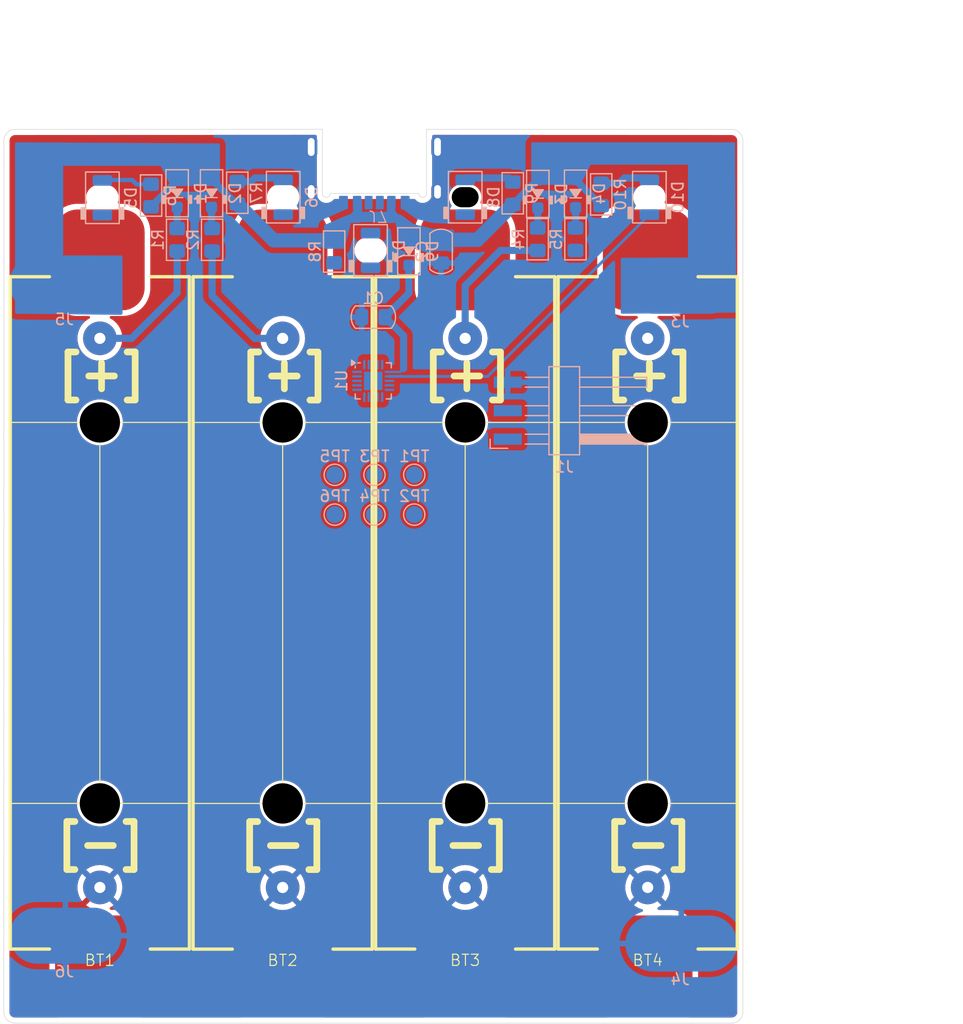
<source format=kicad_pcb>
(kicad_pcb (version 20240108) (generator "pcbnew") (generator_version "8.0")
  (layers (0 "F.Cu" signal) (31 "B.Cu" signal) (34 "B.Paste" user) (35 "F.Paste" user) (36 "B.SilkS" user "B.Silkscreen") (37 "F.SilkS" user "F.Silkscreen") (38 "B.Mask" user) (39 "F.Mask" user) (44 "Edge.Cuts" user))
  (net 0 "")
  (net 1 "GND")
  (net 2 "Net-(D1-K)")
  (net 3 "+5V")
  (net 4 "Net-(D2-K)")
  (net 5 "Net-(D3-K)")
  (net 6 "Net-(D4-K)")
  (net 7 "/ADC1")
  (net 8 "/ADC2")
  (net 9 "/ADC3")
  (net 10 "/ADC4")
  (net 11 "VDD")
  (net 12 "/SWIO")
  (net 13 "Net-(U1-PC1_SDA)")
  (net 14 "Net-(U1-PC2_SCL)")
  (net 15 "Net-(U1-PC3)")
  (net 16 "Net-(U1-PC5_SCK)")
  (net 17 "Net-(U1-PC6_MOSI)")
  (net 18 "Net-(U1-PC7_MISO)")
  (net 19 "/UART_TX")
  (net 20 "/LED0")
  (net 21 "/LED4")
  (net 22 "/LED2")
  (net 23 "/LED3")
  (net 24 "/UART_RX")
  (net 25 "/LED1")
  (net 28 "Net-(D5-A)")
  (net 29 "Net-(D6-A)")
  (net 30 "Net-(D7-A)")
  (net 31 "Net-(D8-A)")
  (net 32 "Net-(D10-A)")
  (footprint "Special_Local:UM-3X1-AA" (layer "F.Cu") (at 129.4 118.7)
    (property "Reference" "BT2" (at 0 -0.5 0) (layer "F.SilkS") (effects (font (thickness 0.1))))
    (property "Value" "Battery")
    (fp_line (start -8 -61.5) (end -8 -1.5) (stroke (width 0.3)) (layer "F.SilkS"))
    (fp_line (start -8 -61.5) (end -4.5 -61.5) (stroke (width 0.3)) (layer "F.SilkS"))
    (fp_line (start -8 -1.5) (end -4.5 -1.5) (stroke (width 0.3)) (layer "F.SilkS"))
    (fp_line (start 0 -48.5) (end 0 -14.5) (stroke (width 0.1)) (layer "F.SilkS"))
    (fp_line (start 8 -61.5) (end 4.5 -61.5) (stroke (width 0.3)) (layer "F.SilkS"))
    (fp_line (start 8 -61.5) (end 8 -1.5) (stroke (width 0.3)) (layer "F.SilkS"))
    (fp_line (start 8 -48.5) (end -8 -48.5) (stroke (width 0.1)) (layer "F.SilkS"))
    (fp_line (start 8 -14.5) (end -8 -14.5) (stroke (width 0.1)) (layer "F.SilkS"))
    (fp_line (start 8 -1.5) (end 4.5 -1.5) (stroke (width 0.3)) (layer "F.SilkS"))
    (fp_text user "[+]" (at -4.1 -51.1 0) (layer "F.SilkS") (effects (font (size 3 3) (thickness 0.6) (bold yes)) (justify left bottom)))
    (fp_text user "[-]" (at -4.2 -9.2 0) (layer "F.SilkS") (effects (font (size 3 3) (thickness 0.6) (bold yes)) (justify left bottom)))
    (pad "" np_thru_hole circle (at 0 -48.5) (size 3.6 3.6) (drill 3.6) (layers "*.Mask"))
    (pad "" np_thru_hole circle (at 0 -14.5) (size 3.6 3.6) (drill 3.6) (layers "*.Mask"))
    (pad "1" smd roundrect (at 0 -63) (size 8 9) (layers "F.Cu" "F.Paste" "F.Mask") (net 8 "/ADC2"))
    (pad "1" thru_hole circle (at 0 -56) (size 3 3) (drill 1) (layers "*.Cu" "*.Mask") (net 8 "/ADC2"))
    (pad "2" thru_hole circle (at 0 -7) (size 3 3) (drill 1) (layers "*.Cu" "*.Mask") (net 1 "GND"))
    (pad "2" smd roundrect (at 0 0) (size 8 9) (layers "F.Cu" "F.Paste" "F.Mask") (net 1 "GND"))
  )
  (footprint "Special_Local:UM-3X1-AA" (layer "F.Cu") (at 162 118.695)
    (property "Reference" "BT4" (at 0 -0.5 0) (layer "F.SilkS") (effects (font (thickness 0.1))))
    (property "Value" "Battery")
    (fp_line (start -8 -61.5) (end -8 -1.5) (stroke (width 0.3)) (layer "F.SilkS"))
    (fp_line (start -8 -61.5) (end -4.5 -61.5) (stroke (width 0.3)) (layer "F.SilkS"))
    (fp_line (start -8 -1.5) (end -4.5 -1.5) (stroke (width 0.3)) (layer "F.SilkS"))
    (fp_line (start 0 -48.5) (end 0 -14.5) (stroke (width 0.1)) (layer "F.SilkS"))
    (fp_line (start 8 -61.5) (end 4.5 -61.5) (stroke (width 0.3)) (layer "F.SilkS"))
    (fp_line (start 8 -61.5) (end 8 -1.5) (stroke (width 0.3)) (layer "F.SilkS"))
    (fp_line (start 8 -48.5) (end -8 -48.5) (stroke (width 0.1)) (layer "F.SilkS"))
    (fp_line (start 8 -14.5) (end -8 -14.5) (stroke (width 0.1)) (layer "F.SilkS"))
    (fp_line (start 8 -1.5) (end 4.5 -1.5) (stroke (width 0.3)) (layer "F.SilkS"))
    (fp_text user "[+]" (at -4.1 -51.1 0) (layer "F.SilkS") (effects (font (size 3 3) (thickness 0.6) (bold yes)) (justify left bottom)))
    (fp_text user "[-]" (at -4.2 -9.2 0) (layer "F.SilkS") (effects (font (size 3 3) (thickness 0.6) (bold yes)) (justify left bottom)))
    (pad "" np_thru_hole circle (at 0 -48.5) (size 3.6 3.6) (drill 3.6) (layers "*.Mask"))
    (pad "" np_thru_hole circle (at 0 -14.5) (size 3.6 3.6) (drill 3.6) (layers "*.Mask"))
    (pad "1" smd roundrect (at 0 -63) (size 8 9) (layers "F.Cu" "F.Paste" "F.Mask") (net 10 "/ADC4"))
    (pad "1" thru_hole circle (at 0 -56) (size 3 3) (drill 1) (layers "*.Cu" "*.Mask") (net 10 "/ADC4"))
    (pad "2" thru_hole circle (at 0 -7) (size 3 3) (drill 1) (layers "*.Cu" "*.Mask") (net 1 "GND"))
    (pad "2" smd roundrect (at 0 0) (size 8 9) (layers "F.Cu" "F.Paste" "F.Mask") (net 1 "GND"))
  )
  (footprint "Special_Local:UM-3X1-AA" (layer "F.Cu") (at 145.7 118.695)
    (property "Reference" "BT3" (at 0 -0.5 0) (layer "F.SilkS") (effects (font (thickness 0.1))))
    (property "Value" "Battery")
    (fp_line (start -8 -61.5) (end -8 -1.5) (stroke (width 0.3)) (layer "F.SilkS"))
    (fp_line (start -8 -61.5) (end -4.5 -61.5) (stroke (width 0.3)) (layer "F.SilkS"))
    (fp_line (start -8 -1.5) (end -4.5 -1.5) (stroke (width 0.3)) (layer "F.SilkS"))
    (fp_line (start 0 -48.5) (end 0 -14.5) (stroke (width 0.1)) (layer "F.SilkS"))
    (fp_line (start 8 -61.5) (end 4.5 -61.5) (stroke (width 0.3)) (layer "F.SilkS"))
    (fp_line (start 8 -61.5) (end 8 -1.5) (stroke (width 0.3)) (layer "F.SilkS"))
    (fp_line (start 8 -48.5) (end -8 -48.5) (stroke (width 0.1)) (layer "F.SilkS"))
    (fp_line (start 8 -14.5) (end -8 -14.5) (stroke (width 0.1)) (layer "F.SilkS"))
    (fp_line (start 8 -1.5) (end 4.5 -1.5) (stroke (width 0.3)) (layer "F.SilkS"))
    (fp_text user "[+]" (at -4.1 -51.1 0) (layer "F.SilkS") (effects (font (size 3 3) (thickness 0.6) (bold yes)) (justify left bottom)))
    (fp_text user "[-]" (at -4.2 -9.2 0) (layer "F.SilkS") (effects (font (size 3 3) (thickness 0.6) (bold yes)) (justify left bottom)))
    (pad "" np_thru_hole circle (at 0 -48.5) (size 3.6 3.6) (drill 3.6) (layers "*.Mask"))
    (pad "" np_thru_hole circle (at 0 -14.5) (size 3.6 3.6) (drill 3.6) (layers "*.Mask"))
    (pad "1" smd roundrect (at 0 -63) (size 8 9) (layers "F.Cu" "F.Paste" "F.Mask") (net 9 "/ADC3"))
    (pad "1" thru_hole circle (at 0 -56) (size 3 3) (drill 1) (layers "*.Cu" "*.Mask") (net 9 "/ADC3"))
    (pad "2" thru_hole circle (at 0 -7) (size 3 3) (drill 1) (layers "*.Cu" "*.Mask") (net 1 "GND"))
    (pad "2" smd roundrect (at 0 0) (size 8 9) (layers "F.Cu" "F.Paste" "F.Mask") (net 1 "GND"))
  )
  (footprint "Special_Local:UM-3X1-AA" (layer "F.Cu") (at 113.075 118.695)
    (property "Reference" "BT1" (at 0 -0.5 0) (layer "F.SilkS") (effects (font (thickness 0.1))))
    (property "Value" "Battery")
    (fp_line (start -8 -61.5) (end -8 -1.5) (stroke (width 0.3)) (layer "F.SilkS"))
    (fp_line (start -8 -61.5) (end -4.5 -61.5) (stroke (width 0.3)) (layer "F.SilkS"))
    (fp_line (start -8 -1.5) (end -4.5 -1.5) (stroke (width 0.3)) (layer "F.SilkS"))
    (fp_line (start 0 -48.5) (end 0 -14.5) (stroke (width 0.1)) (layer "F.SilkS"))
    (fp_line (start 8 -61.5) (end 4.5 -61.5) (stroke (width 0.3)) (layer "F.SilkS"))
    (fp_line (start 8 -61.5) (end 8 -1.5) (stroke (width 0.3)) (layer "F.SilkS"))
    (fp_line (start 8 -48.5) (end -8 -48.5) (stroke (width 0.1)) (layer "F.SilkS"))
    (fp_line (start 8 -14.5) (end -8 -14.5) (stroke (width 0.1)) (layer "F.SilkS"))
    (fp_line (start 8 -1.5) (end 4.5 -1.5) (stroke (width 0.3)) (layer "F.SilkS"))
    (fp_text user "[-]" (at -4.2 -9.2 0) (layer "F.SilkS") (effects (font (size 3 3) (thickness 0.6) (bold yes)) (justify left bottom)))
    (fp_text user "[+]" (at -4.1 -51.1 0) (layer "F.SilkS") (effects (font (size 3 3) (thickness 0.6) (bold yes)) (justify left bottom)))
    (pad "" np_thru_hole circle (at 0 -48.5) (size 3.6 3.6) (drill 3.6) (layers "*.Mask"))
    (pad "" np_thru_hole circle (at 0 -14.5) (size 3.6 3.6) (drill 3.6) (layers "*.Mask"))
    (pad "1" smd roundrect (at 0 -63) (size 8 9) (layers "F.Cu" "F.Paste" "F.Mask") (net 7 "/ADC1"))
    (pad "1" thru_hole circle (at 0 -56) (size 3 3) (drill 1) (layers "*.Cu" "*.Mask") (net 7 "/ADC1"))
    (pad "2" thru_hole circle (at 0 -7) (size 3 3) (drill 1) (layers "*.Cu" "*.Mask") (net 1 "GND"))
    (pad "2" smd roundrect (at 0 0) (size 8 9) (layers "F.Cu" "F.Paste" "F.Mask") (net 1 "GND"))
  )
  (footprint "PCM_Resistor_SMD_AKL:R_0805_2012Metric_Pad1.20x1.40mm_HandSolder" (layer "B.Cu") (at 123.1 53.9 -90)
    (property "Reference" "R2" (at 0 1.7145 90) (layer "B.SilkS") (effects (justify mirror)))
    (property "Value" "100R")
    (fp_line (start -1.8415 0.9525) (end 1.8415 0.9525) (stroke (width 0.12)) (layer "B.SilkS"))
    (fp_line (start 1.8415 0.9525) (end 1.8415 -0.9525) (stroke (width 0.12)) (layer "B.SilkS"))
    (fp_line (start -1.8415 -0.9525) (end -1.8415 0.9525) (stroke (width 0.12)) (layer "B.SilkS"))
    (fp_line (start 1.8415 -0.9525) (end -1.8415 -0.9525) (stroke (width 0.12)) (layer "B.SilkS"))
    (pad "1" smd roundrect (at -1 0 270) (size 1.2 1.4) (layers "B.Cu" "B.Paste" "B.Mask") (roundrect_rratio 0.208333) (net 4 "Net-(D2-K)"))
    (pad "2" smd roundrect (at 1 0 270) (size 1.2 1.4) (layers "B.Cu" "B.Paste" "B.Mask") (roundrect_rratio 0.208333) (net 8 "/ADC2"))
  )
  (footprint "PCM_Resistor_SMD_AKL:R_0805_2012Metric_Pad1.20x1.40mm_HandSolder" (layer "B.Cu") (at 119.975 53.9 -90)
    (property "Reference" "R1" (at 0 1.7145 90) (layer "B.SilkS") (effects (justify mirror)))
    (property "Value" "100R")
    (fp_line (start -1.8415 0.9525) (end 1.8415 0.9525) (stroke (width 0.12)) (layer "B.SilkS"))
    (fp_line (start 1.8415 0.9525) (end 1.8415 -0.9525) (stroke (width 0.12)) (layer "B.SilkS"))
    (fp_line (start -1.8415 -0.9525) (end -1.8415 0.9525) (stroke (width 0.12)) (layer "B.SilkS"))
    (fp_line (start 1.8415 -0.9525) (end -1.8415 -0.9525) (stroke (width 0.12)) (layer "B.SilkS"))
    (pad "1" smd roundrect (at -1 0 270) (size 1.2 1.4) (layers "B.Cu" "B.Paste" "B.Mask") (roundrect_rratio 0.208333) (net 2 "Net-(D1-K)"))
    (pad "2" smd roundrect (at 1 0 270) (size 1.2 1.4) (layers "B.Cu" "B.Paste" "B.Mask") (roundrect_rratio 0.208333) (net 7 "/ADC1"))
  )
  (footprint "Special_Local:USB4515-GF-A" (layer "B.Cu") (at 137.6 47.4)
    (property "Reference" "J7" (at 0.3 4.4 180) (layer "B.SilkS") (effects (font (thickness 0.1)) (justify mirror)))
    (property "Value" "USB_C_Receptacle_PowerOnly_6P" (hide yes))
    (pad "A5" smd roundrect (at -0.52 3.18) (size 0.7 1.2) (layers "B.Cu" "B.Paste" "B.Mask") (roundrect_rratio 0.1) (clearance 0.1))
    (pad "A9" smd roundrect (at 1.51 3.18) (size 0.76 1.2) (layers "B.Cu" "B.Paste" "B.Mask") (roundrect_rratio 0.1) (net 3 "+5V"))
    (pad "A12" smd roundrect (at 2.74 3.18) (size 0.8 1.2) (layers "B.Cu" "B.Paste" "B.Mask") (roundrect_rratio 0.1) (net 1 "GND"))
    (pad "B5" smd roundrect (at 0.48 3.18) (size 0.7 1.2) (layers "B.Cu" "B.Paste" "B.Mask") (roundrect_rratio 0.1) (clearance 0.1))
    (pad "B9" smd roundrect (at -1.55 3.18) (size 0.76 1.2) (layers "B.Cu" "B.Paste" "B.Mask") (roundrect_rratio 0.1) (net 3 "+5V"))
    (pad "B12" smd roundrect (at -2.77 3.18) (size 0.8 1.2) (layers "B.Cu" "B.Paste" "B.Mask") (roundrect_rratio 0.1) (net 1 "GND"))
    (pad "S1" thru_hole oval (at -5.65 -1.78) (size 1.1 2.1) (drill oval 0.6 1.6) (layers "*.Cu" "*.Mask") (net 1 "GND"))
    (pad "S1" thru_hole oval (at -5.65 2.22) (size 1.1 1.7) (drill oval 0.6 1.2) (layers "*.Cu" "*.Mask") (net 1 "GND"))
    (pad "S1" thru_hole oval (at 5.63 -1.79) (size 1.1 2.1) (drill oval 0.6 1.6) (layers "*.Cu" "*.Mask") (net 1 "GND"))
    (pad "S1" thru_hole oval (at 5.63 2.22) (size 1.1 1.7) (drill oval 0.6 1.2) (layers "*.Cu" "*.Mask") (net 1 "GND"))
  )
  (footprint "PCM_LED_SMD_AKL:LED_1206_3216Metric_ReverseMount_Hole1.8x2.4mm" (layer "B.Cu") (at 137.25 54.85 90)
    (property "Reference" "D7" (at 0 2.545 90) (layer "B.SilkS") (effects (justify mirror)))
    (property "Value" "LED" (hide yes))
    (fp_rect (start -1.9 -1.5) (end -0.9 -1.9) (stroke (width 0.12)) (fill solid) (layer "B.SilkS"))
    (fp_rect (start -2.3 1.5) (end 2.3 -1.5) (stroke (width 0.12)) (fill none) (layer "B.SilkS"))
    (fp_rect (start -1.9 1.9) (end -0.9 1.5) (stroke (width 0.12)) (fill solid) (layer "B.SilkS"))
    (pad "" np_thru_hole oval (at 0 0 90) (size 1.8 2.4) (drill oval 1.8 2.4) (layers "*.Cu" "*.Mask"))
    (pad "1" smd roundrect (at -1.55 0 90) (size 0.95 1.75) (layers "B.Cu" "B.Paste" "B.Mask") (roundrect_rratio 0.2) (net 23 "/LED3"))
    (pad "2" smd roundrect (at 1.55 0 90) (size 0.95 1.75) (layers "B.Cu" "B.Paste" "B.Mask") (roundrect_rratio 0.2) (net 30 "Net-(D7-A)"))
  )
  (footprint "TestPoint:TestPoint_Pad_D1.5mm" (layer "B.Cu") (at 137.6 74.875 180)
    (property "Reference" "TP3" (at 0 1.648 0) (layer "B.SilkS") (effects (justify mirror)))
    (property "Value" "TestPoint")
    (fp_circle (center 0 0) (end 0 -0.95) (stroke (width 0.12)) (fill none) (layer "B.SilkS"))
    (pad "1" smd circle (at 0 0 180) (size 1.5 1.5) (layers "B.Cu" "B.Mask") (net 15 "Net-(U1-PC3)"))
  )
  (footprint "PCM_Resistor_SMD_AKL:R_0805_2012Metric_Pad1.20x1.40mm_HandSolder" (layer "B.Cu") (at 134 54.95 -90)
    (property "Reference" "R8" (at 0 1.7145 90) (layer "B.SilkS") (effects (justify mirror)))
    (property "Value" "220R")
    (fp_line (start -1.8415 0.9525) (end 1.8415 0.9525) (stroke (width 0.12)) (layer "B.SilkS"))
    (fp_line (start 1.8415 0.9525) (end 1.8415 -0.9525) (stroke (width 0.12)) (layer "B.SilkS"))
    (fp_line (start -1.8415 -0.9525) (end -1.8415 0.9525) (stroke (width 0.12)) (layer "B.SilkS"))
    (fp_line (start 1.8415 -0.9525) (end -1.8415 -0.9525) (stroke (width 0.12)) (layer "B.SilkS"))
    (pad "1" smd roundrect (at -1 0 270) (size 1.2 1.4) (layers "B.Cu" "B.Paste" "B.Mask") (roundrect_rratio 0.208333) (net 3 "+5V"))
    (pad "2" smd roundrect (at 1 0 270) (size 1.2 1.4) (layers "B.Cu" "B.Paste" "B.Mask") (roundrect_rratio 0.208333) (net 30 "Net-(D7-A)"))
  )
  (footprint "PCM_Resistor_SMD_AKL:R_0805_2012Metric_Pad1.20x1.40mm_HandSolder" (layer "B.Cu") (at 155.55 53.85 -90)
    (property "Reference" "R5" (at 0 1.7145 90) (layer "B.SilkS") (effects (justify mirror)))
    (property "Value" "100R")
    (fp_line (start -1.8415 0.9525) (end 1.8415 0.9525) (stroke (width 0.12)) (layer "B.SilkS"))
    (fp_line (start 1.8415 0.9525) (end 1.8415 -0.9525) (stroke (width 0.12)) (layer "B.SilkS"))
    (fp_line (start -1.8415 -0.9525) (end -1.8415 0.9525) (stroke (width 0.12)) (layer "B.SilkS"))
    (fp_line (start 1.8415 -0.9525) (end -1.8415 -0.9525) (stroke (width 0.12)) (layer "B.SilkS"))
    (pad "1" smd roundrect (at -1 0 270) (size 1.2 1.4) (layers "B.Cu" "B.Paste" "B.Mask") (roundrect_rratio 0.208333) (net 6 "Net-(D4-K)"))
    (pad "2" smd roundrect (at 1 0 270) (size 1.2 1.4) (layers "B.Cu" "B.Paste" "B.Mask") (roundrect_rratio 0.208333) (net 10 "/ADC4"))
  )
  (footprint "PCM_Capacitor_SMD_AKL:C_0805_2012Metric_Pad1.18x1.45mm" (layer "B.Cu") (at 137.5 60.8 180)
    (property "Reference" "C1" (at 0 1.68 0) (layer "B.SilkS") (effects (justify mirror)))
    (property "Value" "100n" (hide yes))
    (fp_line (start 1.6 -1) (end -1.6 -1) (stroke (width 0.12)) (layer "B.SilkS"))
    (fp_line (start -1.6 1) (end 1.6 1) (stroke (width 0.12)) (layer "B.SilkS"))
    (fp_arc (start 1.6 -1) (mid 1.980894 0) (end 1.6 1) (stroke (width 0.12)) (layer "B.SilkS"))
    (fp_arc (start -1.6 1) (mid -1.980894 0) (end -1.6 -1) (stroke (width 0.12)) (layer "B.SilkS"))
    (pad "1" smd roundrect (at -1.0375 0 180) (size 1.175 1.45) (layers "B.Cu" "B.Paste" "B.Mask") (roundrect_rratio 0.212766) (net 11 "VDD"))
    (pad "2" smd roundrect (at 1.0375 0 180) (size 1.175 1.45) (layers "B.Cu" "B.Paste" "B.Mask") (roundrect_rratio 0.212766) (net 1 "GND"))
  )
  (footprint "PCM_Resistor_SMD_AKL:R_0805_2012Metric_Pad1.20x1.40mm_HandSolder" (layer "B.Cu") (at 117.65 49.95 90)
    (property "Reference" "R6" (at 0 1.7145 90) (layer "B.SilkS") (effects (justify mirror)))
    (property "Value" "220R")
    (fp_line (start 1.8415 -0.9525) (end -1.8415 -0.9525) (stroke (width 0.12)) (layer "B.SilkS"))
    (fp_line (start -1.8415 -0.9525) (end -1.8415 0.9525) (stroke (width 0.12)) (layer "B.SilkS"))
    (fp_line (start 1.8415 0.9525) (end 1.8415 -0.9525) (stroke (width 0.12)) (layer "B.SilkS"))
    (fp_line (start -1.8415 0.9525) (end 1.8415 0.9525) (stroke (width 0.12)) (layer "B.SilkS"))
    (pad "1" smd roundrect (at -1 0 90) (size 1.2 1.4) (layers "B.Cu" "B.Paste" "B.Mask") (roundrect_rratio 0.208333) (net 3 "+5V"))
    (pad "2" smd roundrect (at 1 0 90) (size 1.2 1.4) (layers "B.Cu" "B.Paste" "B.Mask") (roundrect_rratio 0.208333) (net 28 "Net-(D5-A)"))
  )
  (footprint "PCM_Diode_SMD_Handsoldering_AKL:D_SOD-323_BigPads" (layer "B.Cu") (at 119.975 49.75 90)
    (property "Reference" "D1" (at 0 2.104 90) (layer "B.SilkS") (effects (justify mirror)))
    (property "Value" "1N4001" (hide yes))
    (fp_line (start 2.1 -1) (end -2.1 -1) (stroke (width 0.12)) (layer "B.SilkS"))
    (fp_line (start -2.1 -1) (end -2.1 1) (stroke (width 0.12)) (layer "B.SilkS"))
    (fp_line (start -0.381 -0.508) (end -0.381 0.508) (stroke (width 0.12)) (layer "B.SilkS"))
    (fp_line (start 2.1 1) (end 2.1 -1) (stroke (width 0.12)) (layer "B.SilkS"))
    (fp_line (start -2.1 1) (end 2.1 1) (stroke (width 0.12)) (layer "B.SilkS"))
    (fp_poly (pts (xy 0.381 -0.508) (xy -0.381 0) (xy 0.381 0.508)) (stroke (width 0.1)) (fill solid) (layer "B.SilkS"))
    (fp_poly (pts (xy -0.2015 -1.3) (xy -0.9 -1.3) (xy -0.9 -1) (xy -0.2015 -1)) (stroke (width 0.1)) (fill solid) (layer "B.SilkS"))
    (fp_poly (pts (xy -0.2015 1) (xy -0.9 1) (xy -0.9 1.3) (xy -0.2015 1.3)) (stroke (width 0.1)) (fill solid) (layer "B.SilkS"))
    (pad "1" smd roundrect (at -1.25 0 90) (size 1 1) (layers "B.Cu" "B.Paste" "B.Mask") (net 2 "Net-(D1-K)"))
    (pad "2" smd roundrect (at 1.25 0 90) (size 1 1) (layers "B.Cu" "B.Paste" "B.Mask") (net 3 "+5V"))
  )
  (footprint "PCM_Diode_SMD_Handsoldering_AKL:D_SOD-323_BigPads" (layer "B.Cu") (at 152.1875 49.8035 90)
    (property "Reference" "D3" (at 0 2.104 90) (layer "B.SilkS") (effects (justify mirror)))
    (property "Value" "1N4001" (hide yes))
    (fp_line (start 2.1 -1) (end -2.1 -1) (stroke (width 0.12)) (layer "B.SilkS"))
    (fp_line (start -2.1 -1) (end -2.1 1) (stroke (width 0.12)) (layer "B.SilkS"))
    (fp_line (start -0.381 -0.508) (end -0.381 0.508) (stroke (width 0.12)) (layer "B.SilkS"))
    (fp_line (start 2.1 1) (end 2.1 -1) (stroke (width 0.12)) (layer "B.SilkS"))
    (fp_line (start -2.1 1) (end 2.1 1) (stroke (width 0.12)) (layer "B.SilkS"))
    (fp_poly (pts (xy 0.381 -0.508) (xy -0.381 0) (xy 0.381 0.508)) (stroke (width 0.1)) (fill solid) (layer "B.SilkS"))
    (fp_poly (pts (xy -0.2015 -1.3) (xy -0.9 -1.3) (xy -0.9 -1) (xy -0.2015 -1)) (stroke (width 0.1)) (fill solid) (layer "B.SilkS"))
    (fp_poly (pts (xy -0.2015 1) (xy -0.9 1) (xy -0.9 1.3) (xy -0.2015 1.3)) (stroke (width 0.1)) (fill solid) (layer "B.SilkS"))
    (pad "1" smd roundrect (at -1.25 0 90) (size 1 1) (layers "B.Cu" "B.Paste" "B.Mask") (net 5 "Net-(D3-K)"))
    (pad "2" smd roundrect (at 1.25 0 90) (size 1 1) (layers "B.Cu" "B.Paste" "B.Mask") (net 3 "+5V"))
  )
  (footprint "Special_Local:PAD" (layer "B.Cu") (at 165 58 180)
    (property "Reference" "J3" (at 0.1 -3.2 0) (layer "B.SilkS") (effects (justify mirror)))
    (property "Value" "Conn_01x01_Pin")
    (pad "1" smd oval (at 0 0 180) (size 10 5) (layers "B.Cu" "B.Paste" "B.Mask") (net 3 "+5V"))
  )
  (footprint "PCM_LED_SMD_AKL:LED_1206_3216Metric_ReverseMount_Hole1.8x2.4mm" (layer "B.Cu") (at 129.45 50.1 90)
    (property "Reference" "D6" (at 0 2.545 90) (layer "B.SilkS") (effects (justify mirror)))
    (property "Value" "LED" (hide yes))
    (fp_rect (start -1.9 -1.5) (end -0.9 -1.9) (stroke (width 0.12)) (fill solid) (layer "B.SilkS"))
    (fp_rect (start -2.3 1.5) (end 2.3 -1.5) (stroke (width 0.12)) (fill none) (layer "B.SilkS"))
    (fp_rect (start -1.9 1.9) (end -0.9 1.5) (stroke (width 0.12)) (fill solid) (layer "B.SilkS"))
    (pad "" np_thru_hole oval (at 0 0 90) (size 1.8 2.4) (drill oval 1.8 2.4) (layers "*.Cu" "*.Mask"))
    (pad "1" smd roundrect (at -1.55 0 90) (size 0.95 1.75) (layers "B.Cu" "B.Paste" "B.Mask") (roundrect_rratio 0.2) (net 22 "/LED2"))
    (pad "2" smd roundrect (at 1.55 0 90) (size 0.95 1.75) (layers "B.Cu" "B.Paste" "B.Mask") (roundrect_rratio 0.2) (net 29 "Net-(D6-A)"))
  )
  (footprint "Special_Local:PAD" (layer "B.Cu") (at 110 57.8 180)
    (property "Reference" "J5" (at 0.1 -3.2 0) (layer "B.SilkS") (effects (justify mirror)))
    (property "Value" "Conn_01x01_Pin")
    (pad "1" smd oval (at 0 0 180) (size 10 5) (layers "B.Cu" "B.Paste" "B.Mask") (net 3 "+5V"))
  )
  (footprint "PCM_Resistor_SMD_AKL:R_0805_2012Metric_Pad1.20x1.40mm_HandSolder" (layer "B.Cu") (at 152.175 53.85 -90)
    (property "Reference" "R4" (at 0 1.7145 90) (layer "B.SilkS") (effects (justify mirror)))
    (property "Value" "100R")
    (fp_line (start -1.8415 0.9525) (end 1.8415 0.9525) (stroke (width 0.12)) (layer "B.SilkS"))
    (fp_line (start 1.8415 0.9525) (end 1.8415 -0.9525) (stroke (width 0.12)) (layer "B.SilkS"))
    (fp_line (start -1.8415 -0.9525) (end -1.8415 0.9525) (stroke (width 0.12)) (layer "B.SilkS"))
    (fp_line (start 1.8415 -0.9525) (end -1.8415 -0.9525) (stroke (width 0.12)) (layer "B.SilkS"))
    (pad "1" smd roundrect (at -1 0 270) (size 1.2 1.4) (layers "B.Cu" "B.Paste" "B.Mask") (roundrect_rratio 0.208333) (net 5 "Net-(D3-K)"))
    (pad "2" smd roundrect (at 1 0 270) (size 1.2 1.4) (layers "B.Cu" "B.Paste" "B.Mask") (roundrect_rratio 0.208333) (net 9 "/ADC3"))
  )
  (footprint "PCM_Capacitor_SMD_AKL:C_0805_2012Metric_Pad1.18x1.45mm" (layer "B.Cu") (at 143.55 54.9375 -90)
    (property "Reference" "C2" (at 0 1.68 90) (layer "B.SilkS") (effects (justify mirror)))
    (property "Value" "100n" (hide yes))
    (fp_line (start -1.6 1) (end 1.6 1) (stroke (width 0.12)) (layer "B.SilkS"))
    (fp_line (start 1.6 -1) (end -1.6 -1) (stroke (width 0.12)) (layer "B.SilkS"))
    (fp_arc (start -1.6 1) (mid -1.980894 0) (end -1.6 -1) (stroke (width 0.12)) (layer "B.SilkS"))
    (fp_arc (start 1.6 -1) (mid 1.980894 0) (end 1.6 1) (stroke (width 0.12)) (layer "B.SilkS"))
    (pad "1" smd roundrect (at -1.0375 0 270) (size 1.175 1.45) (layers "B.Cu" "B.Paste" "B.Mask") (roundrect_rratio 0.212766) (net 3 "+5V"))
    (pad "2" smd roundrect (at 1.0375 0 270) (size 1.175 1.45) (layers "B.Cu" "B.Paste" "B.Mask") (roundrect_rratio 0.212766) (net 1 "GND"))
  )
  (footprint "Special_Local:PAD" (layer "B.Cu") (at 165 116.7 180)
    (property "Reference" "J4" (at 0.1 -3.2 0) (layer "B.SilkS") (effects (justify mirror)))
    (property "Value" "Conn_01x01_Pin")
    (pad "1" smd oval (at 0 0 180) (size 10 5) (layers "B.Cu" "B.Paste" "B.Mask") (net 1 "GND"))
  )
  (footprint "PCM_LED_SMD_AKL:LED_1206_3216Metric_ReverseMount_Hole1.8x2.4mm" (layer "B.Cu") (at 113.3 50.15 90)
    (property "Reference" "D5" (at 0 2.545 90) (layer "B.SilkS") (effects (justify mirror)))
    (property "Value" "LED" (hide yes))
    (fp_rect (start -1.9 -1.5) (end -0.9 -1.9) (stroke (width 0.12)) (fill solid) (layer "B.SilkS"))
    (fp_rect (start -2.3 1.5) (end 2.3 -1.5) (stroke (width 0.12)) (fill none) (layer "B.SilkS"))
    (fp_rect (start -1.9 1.9) (end -0.9 1.5) (stroke (width 0.12)) (fill solid) (layer "B.SilkS"))
    (pad "" np_thru_hole oval (at 0 0 90) (size 1.8 2.4) (drill oval 1.8 2.4) (layers "*.Cu" "*.Mask"))
    (pad "1" smd roundrect (at -1.55 0 90) (size 0.95 1.75) (layers "B.Cu" "B.Paste" "B.Mask") (roundrect_rratio 0.2) (net 25 "/LED1"))
    (pad "2" smd roundrect (at 1.55 0 90) (size 0.95 1.75) (layers "B.Cu" "B.Paste" "B.Mask") (roundrect_rratio 0.2) (net 28 "Net-(D5-A)"))
  )
  (footprint "PCM_Diode_SMD_Handsoldering_AKL:D_SOD-323_BigPads" (layer "B.Cu") (at 140.675 54.925 90)
    (property "Reference" "D9" (at 0 2.104 90) (layer "B.SilkS") (effects (justify mirror)))
    (property "Value" "1N4001" (hide yes))
    (fp_line (start 2.1 -1) (end -2.1 -1) (stroke (width 0.12)) (layer "B.SilkS"))
    (fp_line (start -2.1 -1) (end -2.1 1) (stroke (width 0.12)) (layer "B.SilkS"))
    (fp_line (start -0.381 -0.508) (end -0.381 0.508) (stroke (width 0.12)) (layer "B.SilkS"))
    (fp_line (start 2.1 1) (end 2.1 -1) (stroke (width 0.12)) (layer "B.SilkS"))
    (fp_line (start -2.1 1) (end 2.1 1) (stroke (width 0.12)) (layer "B.SilkS"))
    (fp_poly (pts (xy 0.381 -0.508) (xy -0.381 0) (xy 0.381 0.508)) (stroke (width 0.1)) (fill solid) (layer "B.SilkS"))
    (fp_poly (pts (xy -0.2015 -1.3) (xy -0.9 -1.3) (xy -0.9 -1) (xy -0.2015 -1)) (stroke (width 0.1)) (fill solid) (layer "B.SilkS"))
    (fp_poly (pts (xy -0.2015 1) (xy -0.9 1) (xy -0.9 1.3) (xy -0.2015 1.3)) (stroke (width 0.1)) (fill solid) (layer "B.SilkS"))
    (pad "1" smd roundrect (at -1.25 0 90) (size 1 1) (layers "B.Cu" "B.Paste" "B.Mask") (net 11 "VDD"))
    (pad "2" smd roundrect (at 1.25 0 90) (size 1 1) (layers "B.Cu" "B.Paste" "B.Mask") (net 3 "+5V"))
  )
  (footprint "PCM_LED_SMD_AKL:LED_1206_3216Metric_ReverseMount_Hole1.8x2.4mm" (layer "B.Cu") (at 145.7 50.1 90)
    (property "Reference" "D8" (at 0 2.545 90) (layer "B.SilkS") (effects (justify mirror)))
    (property "Value" "LED" (hide yes))
    (fp_rect (start -1.9 -1.5) (end -0.9 -1.9) (stroke (width 0.12)) (fill solid) (layer "B.SilkS"))
    (fp_rect (start -2.3 1.5) (end 2.3 -1.5) (stroke (width 0.12)) (fill none) (layer "B.SilkS"))
    (fp_rect (start -1.9 1.9) (end -0.9 1.5) (stroke (width 0.12)) (fill solid) (layer "B.SilkS"))
    (pad "" np_thru_hole oval (at 0 0 90) (size 1.8 2.4) (drill oval 1.8 2.4) (layers "*.Mask") (clearance 0.1))
    (pad "1" smd roundrect (at -1.55 0 90) (size 0.95 1.75) (layers "B.Cu" "B.Paste" "B.Mask") (roundrect_rratio 0.2) (net 21 "/LED4"))
    (pad "2" smd roundrect (at 1.55 0 90) (size 0.95 1.75) (layers "B.Cu" "B.Paste" "B.Mask") (roundrect_rratio 0.2) (net 31 "Net-(D8-A)"))
  )
  (footprint "TestPoint:TestPoint_Pad_D1.5mm" (layer "B.Cu") (at 137.6 78.425 180)
    (property "Reference" "TP4" (at 0 1.648 0) (layer "B.SilkS") (effects (justify mirror)))
    (property "Value" "TestPoint")
    (fp_circle (center 0 0) (end 0 -0.95) (stroke (width 0.12)) (fill none) (layer "B.SilkS"))
    (pad "1" smd circle (at 0 0 180) (size 1.5 1.5) (layers "B.Cu" "B.Mask") (net 16 "Net-(U1-PC5_SCK)"))
  )
  (footprint "Package_DFN_QFN:QFN-20-1EP_3x3mm_P0.4mm_EP1.65x1.65mm" (layer "B.Cu") (at 137.49 66.49 -90)
    (property "Reference" "U1" (at 0 2.83 90) (layer "B.SilkS") (effects (justify mirror)))
    (property "Value" "CH32V003f4u6")
    (fp_line (start -1.31 1.61) (end -1.16 1.61) (stroke (width 0.12)) (layer "B.SilkS"))
    (fp_line (start 1.61 1.61) (end 1.16 1.61) (stroke (width 0.12)) (layer "B.SilkS"))
    (fp_line (start -1.61 1.37) (end -1.61 1.16) (stroke (width 0.12)) (layer "B.SilkS"))
    (fp_line (start 1.61 1.16) (end 1.61 1.61) (stroke (width 0.12)) (layer "B.SilkS"))
    (fp_line (start -1.61 -1.16) (end -1.61 -1.61) (stroke (width 0.12)) (layer "B.SilkS"))
    (fp_line (start 1.61 -1.16) (end 1.61 -1.61) (stroke (width 0.12)) (layer "B.SilkS"))
    (fp_line (start -1.61 -1.61) (end -1.16 -1.61) (stroke (width 0.12)) (layer "B.SilkS"))
    (fp_line (start 1.61 -1.61) (end 1.16 -1.61) (stroke (width 0.12)) (layer "B.SilkS"))
    (fp_poly (pts (xy -1.61 1.61) (xy -1.85 1.94) (xy -1.37 1.94) (xy -1.61 1.61)) (stroke (width 0.12)) (fill solid) (layer "B.SilkS"))
    (pad "1" smd roundrect (at -1.45 0.8 270) (size 0.85 0.2) (layers "B.Cu" "B.Paste" "B.Mask") (net 25 "/LED1"))
    (pad "2" smd roundrect (at -1.45 0.4 270) (size 0.85 0.2) (layers "B.Cu" "B.Paste" "B.Mask") (net 22 "/LED2"))
    (pad "3" smd roundrect (at -1.45 0 270) (size 0.85 0.2) (layers "B.Cu" "B.Paste" "B.Mask") (net 23 "/LED3"))
    (pad "4" smd roundrect (at -1.45 -0.4 270) (size 0.85 0.2) (layers "B.Cu" "B.Paste" "B.Mask") (net 1 "GND"))
    (pad "5" smd roundrect (at -1.45 -0.8 270) (size 0.85 0.2) (layers "B.Cu" "B.Paste" "B.Mask") (net 21 "/LED4"))
    (pad "6" smd roundrect (at -0.8 -1.45 270) (size 0.2 0.85) (layers "B.Cu" "B.Paste" "B.Mask") (net 11 "VDD"))
    (pad "7" smd roundrect (at -0.4 -1.45 270) (size 0.2 0.85) (layers "B.Cu" "B.Paste" "B.Mask") (net 20 "/LED0"))
    (pad "8" smd roundrect (at 0 -1.45 270) (size 0.2 0.85) (layers "B.Cu" "B.Paste" "B.Mask") (net 13 "Net-(U1-PC1_SDA)"))
    (pad "9" smd roundrect (at 0.4 -1.45 270) (size 0.2 0.85) (layers "B.Cu" "B.Paste" "B.Mask") (net 14 "Net-(U1-PC2_SCL)"))
    (pad "10" smd roundrect (at 0.8 -1.45 270) (size 0.2 0.85) (layers "B.Cu" "B.Paste" "B.Mask") (net 15 "Net-(U1-PC3)"))
    (pad "11" smd roundrect (at 1.45 -0.8 270) (size 0.85 0.2) (layers "B.Cu" "B.Paste" "B.Mask") (net 7 "/ADC1"))
    (pad "12" smd roundrect (at 1.45 -0.4 270) (size 0.85 0.2) (layers "B.Cu" "B.Paste" "B.Mask") (net 16 "Net-(U1-PC5_SCK)"))
    (pad "13" smd roundrect (at 1.45 0 270) (size 0.85 0.2) (layers "B.Cu" "B.Paste" "B.Mask") (net 17 "Net-(U1-PC6_MOSI)"))
    (pad "14" smd roundrect (at 1.45 0.4 270) (size 0.85 0.2) (layers "B.Cu" "B.Paste" "B.Mask") (net 18 "Net-(U1-PC7_MISO)"))
    (pad "15" smd roundrect (at 1.45 0.8 270) (size 0.85 0.2) (layers "B.Cu" "B.Paste" "B.Mask") (net 12 "/SWIO"))
    (pad "16" smd roundrect (at 0.8 1.45 270) (size 0.2 0.85) (layers "B.Cu" "B.Paste" "B.Mask") (net 8 "/ADC2"))
    (pad "17" smd roundrect (at 0.4 1.45 270) (size 0.2 0.85) (layers "B.Cu" "B.Paste" "B.Mask") (net 9 "/ADC3"))
    (pad "18" smd roundrect (at 0 1.45 270) (size 0.2 0.85) (layers "B.Cu" "B.Paste" "B.Mask") (net 10 "/ADC4"))
    (pad "19" smd roundrect (at -0.4 1.45 270) (size 0.2 0.85) (layers "B.Cu" "B.Paste" "B.Mask") (net 19 "/UART_TX"))
    (pad "20" smd roundrect (at -0.8 1.45 270) (size 0.2 0.85) (layers "B.Cu" "B.Paste" "B.Mask") (net 24 "/UART_RX"))
    (pad "21" smd rect (at 0 0 270) (size 1.65 1.65) (property pad_prop_heatsink) (layers "B.Cu" "B.Mask"))
  )
  (footprint "TestPoint:TestPoint_Pad_D1.5mm" (layer "B.Cu") (at 134.05 78.425 180)
    (property "Reference" "TP6" (at 0 1.648 0) (layer "B.SilkS") (effects (justify mirror)))
    (property "Value" "TestPoint")
    (fp_circle (center 0 0) (end 0 -0.95) (stroke (width 0.12)) (fill none) (layer "B.SilkS"))
    (pad "1" smd circle (at 0 0 180) (size 1.5 1.5) (layers "B.Cu" "B.Mask") (net 18 "Net-(U1-PC7_MISO)"))
  )
  (footprint "PCM_Diode_SMD_Handsoldering_AKL:D_SOD-323_BigPads" (layer "B.Cu") (at 123.05 49.75 90)
    (property "Reference" "D2" (at 0 2.104 90) (layer "B.SilkS") (effects (justify mirror)))
    (property "Value" "1N4001" (hide yes))
    (fp_line (start 2.1 -1) (end -2.1 -1) (stroke (width 0.12)) (layer "B.SilkS"))
    (fp_line (start -2.1 -1) (end -2.1 1) (stroke (width 0.12)) (layer "B.SilkS"))
    (fp_line (start -0.381 -0.508) (end -0.381 0.508) (stroke (width 0.12)) (layer "B.SilkS"))
    (fp_line (start 2.1 1) (end 2.1 -1) (stroke (width 0.12)) (layer "B.SilkS"))
    (fp_line (start -2.1 1) (end 2.1 1) (stroke (width 0.12)) (layer "B.SilkS"))
    (fp_poly (pts (xy 0.381 -0.508) (xy -0.381 0) (xy 0.381 0.508)) (stroke (width 0.1)) (fill solid) (layer "B.SilkS"))
    (fp_poly (pts (xy -0.2015 -1.3) (xy -0.9 -1.3) (xy -0.9 -1) (xy -0.2015 -1)) (stroke (width 0.1)) (fill solid) (layer "B.SilkS"))
    (fp_poly (pts (xy -0.2015 1) (xy -0.9 1) (xy -0.9 1.3) (xy -0.2015 1.3)) (stroke (width 0.1)) (fill solid) (layer "B.SilkS"))
    (pad "1" smd roundrect (at -1.25 0 90) (size 1 1) (layers "B.Cu" "B.Paste" "B.Mask") (net 4 "Net-(D2-K)"))
    (pad "2" smd roundrect (at 1.25 0 90) (size 1 1) (layers "B.Cu" "B.Paste" "B.Mask") (net 3 "+5V"))
  )
  (footprint "Special_Local:PAD" (layer "B.Cu") (at 110 116 180)
    (property "Reference" "J6" (at 0.1 -3.2 0) (layer "B.SilkS") (effects (justify mirror)))
    (property "Value" "Conn_01x01_Pin")
    (pad "1" smd oval (at 0 0 180) (size 10 5) (layers "B.Cu" "B.Paste" "B.Mask") (net 1 "GND"))
  )
  (footprint "PCM_Resistor_SMD_AKL:R_0805_2012Metric_Pad1.20x1.40mm_HandSolder" (layer "B.Cu") (at 149.95 49.75 90)
    (property "Reference" "R9" (at 0 1.7145 90) (layer "B.SilkS") (effects (justify mirror)))
    (property "Value" "220R")
    (fp_line (start 1.8415 -0.9525) (end -1.8415 -0.9525) (stroke (width 0.12)) (layer "B.SilkS"))
    (fp_line (start -1.8415 -0.9525) (end -1.8415 0.9525) (stroke (width 0.12)) (layer "B.SilkS"))
    (fp_line (start 1.8415 0.9525) (end 1.8415 -0.9525) (stroke (width 0.12)) (layer "B.SilkS"))
    (fp_line (start -1.8415 0.9525) (end 1.8415 0.9525) (stroke (width 0.12)) (layer "B.SilkS"))
    (pad "1" smd roundrect (at -1 0 90) (size 1.2 1.4) (layers "B.Cu" "B.Paste" "B.Mask") (roundrect_rratio 0.208333) (net 3 "+5V"))
    (pad "2" smd roundrect (at 1 0 90) (size 1.2 1.4) (layers "B.Cu" "B.Paste" "B.Mask") (roundrect_rratio 0.208333) (net 31 "Net-(D8-A)"))
  )
  (footprint "PCM_LED_SMD_AKL:LED_1206_3216Metric_ReverseMount_Hole1.8x2.4mm" (layer "B.Cu") (at 162.15 50.1 90)
    (property "Reference" "D10" (at 0 2.545 90) (layer "B.SilkS") (effects (justify mirror)))
    (property "Value" "LED" (hide yes))
    (fp_rect (start -1.9 -1.5) (end -0.9 -1.9) (stroke (width 0.12)) (fill solid) (layer "B.SilkS"))
    (fp_rect (start -2.3 1.5) (end 2.3 -1.5) (stroke (width 0.12)) (fill none) (layer "B.SilkS"))
    (fp_rect (start -1.9 1.9) (end -0.9 1.5) (stroke (width 0.12)) (fill solid) (layer "B.SilkS"))
    (pad "" np_thru_hole oval (at 0 0 90) (size 1.8 2.4) (drill oval 1.8 2.4) (layers "*.Cu" "*.Mask"))
    (pad "1" smd roundrect (at -1.55 0 90) (size 0.95 1.75) (layers "B.Cu" "B.Paste" "B.Mask") (roundrect_rratio 0.2) (net 20 "/LED0"))
    (pad "2" smd roundrect (at 1.55 0 90) (size 0.95 1.75) (layers "B.Cu" "B.Paste" "B.Mask") (roundrect_rratio 0.2) (net 32 "Net-(D10-A)"))
  )
  (footprint "PCM_Diode_SMD_Handsoldering_AKL:D_SOD-323_BigPads" (layer "B.Cu") (at 155.5625 49.7785 90)
    (property "Reference" "D4" (at 0 2.104 90) (layer "B.SilkS") (effects (justify mirror)))
    (property "Value" "1N4001" (hide yes))
    (fp_line (start 2.1 -1) (end -2.1 -1) (stroke (width 0.12)) (layer "B.SilkS"))
    (fp_line (start -2.1 -1) (end -2.1 1) (stroke (width 0.12)) (layer "B.SilkS"))
    (fp_line (start -0.381 -0.508) (end -0.381 0.508) (stroke (width 0.12)) (layer "B.SilkS"))
    (fp_line (start 2.1 1) (end 2.1 -1) (stroke (width 0.12)) (layer "B.SilkS"))
    (fp_line (start -2.1 1) (end 2.1 1) (stroke (width 0.12)) (layer "B.SilkS"))
    (fp_poly (pts (xy 0.381 -0.508) (xy -0.381 0) (xy 0.381 0.508)) (stroke (width 0.1)) (fill solid) (layer "B.SilkS"))
    (fp_poly (pts (xy -0.2015 -1.3) (xy -0.9 -1.3) (xy -0.9 -1) (xy -0.2015 -1)) (stroke (width 0.1)) (fill solid) (layer "B.SilkS"))
    (fp_poly (pts (xy -0.2015 1) (xy -0.9 1) (xy -0.9 1.3) (xy -0.2015 1.3)) (stroke (width 0.1)) (fill solid) (layer "B.SilkS"))
    (pad "1" smd roundrect (at -1.25 0 90) (size 1 1) (layers "B.Cu" "B.Paste" "B.Mask") (net 6 "Net-(D4-K)"))
    (pad "2" smd roundrect (at 1.25 0 90) (size 1 1) (layers "B.Cu" "B.Paste" "B.Mask") (net 3 "+5V"))
  )
  (footprint "TestPoint:TestPoint_Pad_D1.5mm" (layer "B.Cu") (at 141.15 74.875 180)
    (property "Reference" "TP1" (at 0 1.648 0) (layer "B.SilkS") (effects (justify mirror)))
    (property "Value" "TestPoint")
    (fp_circle (center 0 0) (end 0 -0.95) (stroke (width 0.12)) (fill none) (layer "B.SilkS"))
    (pad "1" smd circle (at 0 0 180) (size 1.5 1.5) (layers "B.Cu" "B.Mask") (net 13 "Net-(U1-PC1_SDA)"))
  )
  (footprint "TestPoint:TestPoint_Pad_D1.5mm" (layer "B.Cu") (at 134.05 74.875 180)
    (property "Reference" "TP5" (at 0 1.648 0) (layer "B.SilkS") (effects (justify mirror)))
    (property "Value" "TestPoint")
    (fp_circle (center 0 0) (end 0 -0.95) (stroke (width 0.12)) (fill none) (layer "B.SilkS"))
    (pad "1" smd circle (at 0 0 180) (size 1.5 1.5) (layers "B.Cu" "B.Mask") (net 17 "Net-(U1-PC6_MOSI)"))
  )
  (footprint "PCM_Resistor_SMD_AKL:R_0805_2012Metric_Pad1.20x1.40mm_HandSolder" (layer "B.Cu") (at 125.35 49.7 90)
    (property "Reference" "R7" (at 0 1.7145 90) (layer "B.SilkS") (effects (justify mirror)))
    (property "Value" "220R")
    (fp_line (start 1.8415 -0.9525) (end -1.8415 -0.9525) (stroke (width 0.12)) (layer "B.SilkS"))
    (fp_line (start -1.8415 -0.9525) (end -1.8415 0.9525) (stroke (width 0.12)) (layer "B.SilkS"))
    (fp_line (start 1.8415 0.9525) (end 1.8415 -0.9525) (stroke (width 0.12)) (layer "B.SilkS"))
    (fp_line (start -1.8415 0.9525) (end 1.8415 0.9525) (stroke (width 0.12)) (layer "B.SilkS"))
    (pad "1" smd roundrect (at -1 0 90) (size 1.2 1.4) (layers "B.Cu" "B.Paste" "B.Mask") (roundrect_rratio 0.208333) (net 3 "+5V"))
    (pad "2" smd roundrect (at 1 0 90) (size 1.2 1.4) (layers "B.Cu" "B.Paste" "B.Mask") (roundrect_rratio 0.208333) (net 29 "Net-(D6-A)"))
  )
  (footprint "TestPoint:TestPoint_Pad_D1.5mm" (layer "B.Cu") (at 141.15 78.425 180)
    (property "Reference" "TP2" (at 0 1.648 0) (layer "B.SilkS") (effects (justify mirror)))
    (property "Value" "TestPoint")
    (fp_circle (center 0 0) (end 0 -0.95) (stroke (width 0.12)) (fill none) (layer "B.SilkS"))
    (pad "1" smd circle (at 0 0 180) (size 1.5 1.5) (layers "B.Cu" "B.Mask") (net 14 "Net-(U1-PC2_SCL)"))
  )
  (footprint "PCM_Resistor_SMD_AKL:R_0805_2012Metric_Pad1.20x1.40mm_HandSolder" (layer "B.Cu") (at 157.85 49.85 90)
    (property "Reference" "R10" (at 0 1.7145 90) (layer "B.SilkS") (effects (justify mirror)))
    (property "Value" "220R")
    (fp_line (start 1.8415 -0.9525) (end -1.8415 -0.9525) (stroke (width 0.12)) (layer "B.SilkS"))
    (fp_line (start -1.8415 -0.9525) (end -1.8415 0.9525) (stroke (width 0.12)) (layer "B.SilkS"))
    (fp_line (start 1.8415 0.9525) (end 1.8415 -0.9525) (stroke (width 0.12)) (layer "B.SilkS"))
    (fp_line (start -1.8415 0.9525) (end 1.8415 0.9525) (stroke (width 0.12)) (layer "B.SilkS"))
    (pad "1" smd roundrect (at -1 0 90) (size 1.2 1.4) (layers "B.Cu" "B.Paste" "B.Mask") (roundrect_rratio 0.208333) (net 3 "+5V"))
    (pad "2" smd roundrect (at 1 0 90) (size 1.2 1.4) (layers "B.Cu" "B.Paste" "B.Mask") (roundrect_rratio 0.208333) (net 32 "Net-(D10-A)"))
  )
  (footprint "Connector_Harwin:Harwin_M20-89003xx_1x03_P2.54mm_Horizontal" (layer "B.Cu") (at 155.025 69.15)
    (property "Reference" "J1" (at -0.48 5.01 0) (layer "B.SilkS") (effects (justify mirror)))
    (property "Value" "Conn_01x03_Pin")
    (fp_line (start -7.095 3.36) (end -7.095 2.54) (stroke (width 0.12)) (layer "B.SilkS"))
    (fp_line (start -5.525 3.36) (end -7.095 3.36) (stroke (width 0.12)) (layer "B.SilkS"))
    (fp_line (start -1.845 -3.93) (end 0.895 -3.93) (stroke (width 0.12)) (layer "B.SilkS"))
    (fp_line (start -1.845 -2.98) (end -3.955 -2.98) (stroke (width 0.12)) (layer "B.SilkS"))
    (fp_line (start -1.845 -2.1) (end -3.955 -2.1) (stroke (width 0.12)) (layer "B.SilkS"))
    (fp_line (start -1.845 -0.44) (end -3.955 -0.44) (stroke (width 0.12)) (layer "B.SilkS"))
    (fp_line (start -1.845 0.44) (end -3.955 0.44) (stroke (width 0.12)) (layer "B.SilkS"))
    (fp_line (start -1.845 2.1) (end -3.955 2.1) (stroke (width 0.12)) (layer "B.SilkS"))
    (fp_line (start -1.845 2.98) (end -3.955 2.98) (stroke (width 0.12)) (layer "B.SilkS"))
    (fp_line (start -1.845 3.93) (end -1.845 -3.93) (stroke (width 0.12)) (layer "B.SilkS"))
    (fp_line (start 0.895 -3.93) (end 0.895 3.93) (stroke (width 0.12)) (layer "B.SilkS"))
    (fp_line (start 0.895 -2.98) (end 6.895 -2.98) (stroke (width 0.12)) (layer "B.SilkS"))
    (fp_line (start 0.895 -0.44) (end 6.895 -0.44) (stroke (width 0.12)) (layer "B.SilkS"))
    (fp_line (start 0.895 2.1) (end 6.895 2.1) (stroke (width 0.12)) (layer "B.SilkS"))
    (fp_line (start 0.895 3.93) (end -1.845 3.93) (stroke (width 0.12)) (layer "B.SilkS"))
    (fp_line (start 6.895 -2.98) (end 6.895 -2.1) (stroke (width 0.12)) (layer "B.SilkS"))
    (fp_line (start 6.895 -2.1) (end 0.895 -2.1) (stroke (width 0.12)) (layer "B.SilkS"))
    (fp_line (start 6.895 -0.44) (end 6.895 0.44) (stroke (width 0.12)) (layer "B.SilkS"))
    (fp_line (start 6.895 0.44) (end 0.895 0.44) (stroke (width 0.12)) (layer "B.SilkS"))
    (fp_line (start 6.895 2.1) (end 6.895 2.98) (stroke (width 0.12)) (layer "B.SilkS"))
    (fp_line (start 6.895 2.98) (end 0.895 2.98) (stroke (width 0.12)) (layer "B.SilkS"))
    (pad "" smd rect (at 3.895 2.54) (size 6 0.76) (layers "B.SilkS"))
    (pad "1" smd rect (at -5.525 2.54) (size 2.5 1) (layers "B.Cu" "B.Paste" "B.Mask") (net 12 "/SWIO"))
    (pad "2" smd rect (at -5.525 0) (size 2.5 1) (layers "B.Cu" "B.Paste" "B.Mask") (net 11 "VDD"))
    (pad "3" smd rect (at -5.525 -2.54) (size 2.5 1) (layers "B.Cu" "B.Paste" "B.Mask") (net 1 "GND"))
  )
  (gr_arc (start 133.65 49.76) (mid 133.3 50.11) (end 132.95 49.76) (stroke (width 0.05)) (layer "Edge.Cuts"))
  (gr_line (start 104.497107 122.802893) (end 104.507107 45.05) (stroke (width 0.05)) (layer "Edge.Cuts"))
  (gr_arc (start 142.25 49.76) (mid 141.9 50.11) (end 141.55 49.76) (stroke (width 0.05)) (layer "Edge.Cuts"))
  (gr_arc (start 170.502893 122.802893) (mid 170.21 123.51) (end 169.502893 123.802893) (stroke (width 0.05)) (layer "Edge.Cuts"))
  (gr_line (start 105.497107 123.802893) (end 169.502893 123.802893) (stroke (width 0.05)) (layer "Edge.Cuts"))
  (gr_line (start 142.25 44.04) (end 169.5 44.05) (stroke (width 0.05)) (layer "Edge.Cuts"))
  (gr_line (start 170.502893 122.802893) (end 170.5 45.05) (stroke (width 0.05)) (layer "Edge.Cuts"))
  (gr_line (start 142.25 44.04) (end 142.25 49.76) (stroke (width 0.05)) (layer "Edge.Cuts"))
  (gr_line (start 132.95 44.04) (end 132.95 49.76) (stroke (width 0.05)) (layer "Edge.Cuts"))
  (gr_arc (start 105.497107 123.802893) (mid 104.79 123.51) (end 104.497107 122.802893) (stroke (width 0.05)) (layer "Edge.Cuts"))
  (gr_line (start 132.95 44.04) (end 105.507107 44.05) (stroke (width 0.05)) (layer "Edge.Cuts"))
  (gr_arc (start 104.507107 45.05) (mid 104.8 44.342893) (end 105.507107 44.05) (stroke (width 0.05)) (layer "Edge.Cuts"))
  (gr_line (start 141.55 49.76) (end 133.65 49.76) (stroke (width 0.05)) (layer "Edge.Cuts"))
  (gr_arc (start 169.5 44.05) (mid 170.207107 44.342893) (end 170.5 45.05) (stroke (width 0.05)) (layer "Edge.Cuts"))
  (segment (start 119.975 51) (end 119.975 52.9) (width 0.635) (layer "B.Cu") (net 2))
  (segment (start 119.975 48.625) (end 117.65 50.95) (width 0.635) (layer "B.Cu") (net 3))
  (segment (start 152.2125 48.5285) (end 152.1875 48.5535) (width 0.635) (layer "B.Cu") (net 3))
  (segment (start 152.1465 48.5535) (end 149.95 50.75) (width 0.635) (layer "B.Cu") (net 3))
  (segment (start 155.5625 48.5285) (end 155.5625 48.5625) (width 0.635) (layer "B.Cu") (net 3))
  (segment (start 155.5625 48.5285) (end 152.2125 48.5285) (width 0.635) (layer "B.Cu") (net 3))
  (segment (start 146.8 53.9) (end 149.95 50.75) (width 1.27) (layer "B.Cu") (net 3))
  (segment (start 152.1875 48.5535) (end 152.1465 48.5535) (width 0.635) (layer "B.Cu") (net 3))
  (segment (start 123.05 48.5) (end 119.975 48.5) (width 0.635) (layer "B.Cu") (net 3))
  (segment (start 125.35 50.7) (end 125.25 50.7) (width 0.635) (layer "B.Cu") (net 3))
  (segment (start 125.25 50.7) (end 123.05 48.5) (width 0.635) (layer "B.Cu") (net 3))
  (segment (start 119.975 48.5) (end 119.975 48.625) (width 0.635) (layer "B.Cu") (net 3))
  (segment (start 134 53.95) (end 128.6 53.95) (width 1.27) (layer "B.Cu") (net 3))
  (segment (start 155.5625 48.5625) (end 157.85 50.85) (width 0.635) (layer "B.Cu") (net 3))
  (segment (start 143.55 53.9) (end 146.8 53.9) (width 1.27) (layer "B.Cu") (net 3))
  (segment (start 128.6 53.95) (end 125.35 50.7) (width 1.27) (layer "B.Cu") (net 3))
  (segment (start 123.05 52.85) (end 123.1 52.9) (width 0.635) (layer "B.Cu") (net 4))
  (segment (start 123.05 51) (end 123.05 52.85) (width 0.635) (layer "B.Cu") (net 4))
  (segment (start 152.1875 51.0535) (end 152.1875 52.8375) (width 0.635) (layer "B.Cu") (net 5))
  (segment (start 152.1875 52.8375) (end 152.175 52.85) (width 0.635) (layer "B.Cu") (net 5))
  (segment (start 155.5625 51.0285) (end 155.5625 52.8375) (width 0.635) (layer "B.Cu") (net 6))
  (segment (start 155.5625 52.8375) (end 155.55 52.85) (width 0.635) (layer "B.Cu") (net 6))
  (segment (start 119.975 58.625) (end 115.9 62.7) (width 0.635) (layer "B.Cu") (net 7))
  (segment (start 115.9 62.7) (end 115.895 62.695) (width 0.635) (layer "B.Cu") (net 7))
  (segment (start 119.975 54.9) (end 119.975 58.625) (width 0.635) (layer "B.Cu") (net 7))
  (segment (start 115.895 62.695) (end 113.075 62.695) (width 0.635) (layer "B.Cu") (net 7))
  (segment (start 123.1 58.9) (end 123.1 54.9) (width 0.635) (layer "B.Cu") (net 8))
  (segment (start 129.4 62.7) (end 126.9 62.7) (width 0.635) (layer "B.Cu") (net 8))
  (segment (start 126.9 62.7) (end 123.1 58.9) (width 0.635) (layer "B.Cu") (net 8))
  (segment (start 152.175 54.85) (end 148.85 54.85) (width 0.635) (layer "B.Cu") (net 9))
  (segment (start 148.85 54.85) (end 145.7 58) (width 0.635) (layer "B.Cu") (net 9))
  (segment (start 145.7 58) (end 145.7 62.695) (width 0.635) (layer "B.Cu") (net 9))
  (segment (start 140.2 62.4625) (end 138.5375 60.8) (width 0.635) (layer "B.Cu") (net 11))
  (segment (start 139.89 65.69) (end 139.9 65.7) (width 0.2) (layer "B.Cu") (net 11))
  (segment (start 140.2 65.4) (end 140.2 62.4625) (width 0.635) (layer "B.Cu") (net 11))
  (segment (start 138.94 65.69) (end 139.89 65.69) (width 0.2) (layer "B.Cu") (net 11))
  (segment (start 140.675 58.6625) (end 138.5375 60.8) (width 0.635) (layer "B.Cu") (net 11))
  (segment (start 139.9 65.7) (end 140.2 65.4) (width 0.2) (layer "B.Cu") (net 11))
  (segment (start 140.675 56.175) (end 140.675 58.6625) (width 0.635) (layer "B.Cu") (net 11))
  (segment (start 147.71 66.09) (end 162.15 51.65) (width 0.254) (layer "B.Cu") (net 20))
  (segment (start 138.94 66.09) (end 147.71 66.09) (width 0.254) (layer "B.Cu") (net 20))
  (segment (start 116.35 48.95) (end 115.9595 48.5595) (width 0.381) (layer "B.Cu") (net 28))
  (segment (start 115.9595 48.5595) (end 113.3 48.5595) (width 0.381) (layer "B.Cu") (net 28))
  (segment (start 117.65 48.95) (end 116.35 48.95) (width 0.381) (layer "B.Cu") (net 28))
  (segment (start 125.35 48.7) (end 126.6 48.7) (width 0.635) (layer "B.Cu") (net 29))
  (segment (start 126.9175 48.3825) (end 129.45 48.3825) (width 0.635) (layer "B.Cu") (net 29))
  (segment (start 126.6 48.7) (end 126.9175 48.3825) (width 0.635) (layer "B.Cu") (net 29))
  (segment (start 149.5825 48.3825) (end 145.7 48.3825) (width 0.635) (layer "B.Cu") (net 31))
  (segment (start 149.95 48.75) (end 149.5825 48.3825) (width 0.635) (layer "B.Cu") (net 31))
  (segment (start 159.45 48.85) (end 159.9175 48.3825) (width 0.635) (layer "B.Cu") (net 32))
  (segment (start 159.9175 48.3825) (end 162.15 48.3825) (width 0.635) (layer "B.Cu") (net 32))
  (segment (start 157.85 48.85) (end 159.45 48.85) (width 0.635) (layer "B.Cu") (net 32))
  (zone (net 1) (net_name "GND") (layers "F&B.Cu") (connect_pads (clearance 0.5)) (min_thickness 0.25) (fill yes (thermal_gap 0.5) (thermal_bridge_width 0.5))
    (polygon (pts (xy 170.5 44) (xy 170.5 123.9) (xy 104.4 123.9) (xy 104.4 44)))
  )
  (zone (net 3) (net_name "+5V") (layer "B.Cu") (priority 1) (connect_pads (clearance 0.5)) (min_thickness 0.25) (fill yes (thermal_gap 0.5) (thermal_bridge_width 0.5))
    (polygon (pts (xy 139.6 49.9) (xy 139.6 51.4) (xy 141.1 52.5) (xy 142.7 52.9) (xy 144.7 53) (xy 144.7 56.7) (xy 142.4 56.7) (xy 142.4 55.1) (xy 139.7 54.2) (xy 139.5 52.4) (xy 135.5 52.4) (xy 134.9 54.7) (xy 133.1 54.7) (xy 133.1 52.6) (xy 135.6 51.5) (xy 135.6 49.9) (xy 136.5 49.9) (xy 136.5 51.4) (xy 138.7 51.4) (xy 138.7 49.9)))
  )
  (zone (net 3) (net_name "+5V") (layer "B.Cu") (priority 2) (connect_pads yes (clearance 0.5)) (min_thickness 0.25) (fill yes (thermal_gap 0.5) (thermal_bridge_width 0.5))
    (polygon (pts (xy 123.8 49.1) (xy 123.8 45.3) (xy 105.5 45.2) (xy 105.5 60.5) (xy 115.1 60.6) (xy 115.1 55.3) (xy 109.8 55.3) (xy 109.8 47.3) (xy 118.5 47.3) (xy 119.4 49.1)))
  )
  (zone (net 3) (net_name "+5V") (layer "B.Cu") (priority 2) (connect_pads yes (clearance 0.5)) (min_thickness 0.25) (fill yes (thermal_gap 0.5) (thermal_bridge_width 0.5))
    (polygon (pts (xy 151.6 49) (xy 151.6 45.2) (xy 169.8 45.2) (xy 169.9 60.4) (xy 159.6 60.5) (xy 159.6 55.5) (xy 165.6 55.5) (xy 165.6 47.2) (xy 156.9 47.2) (xy 156 49)))
  )
)
</source>
